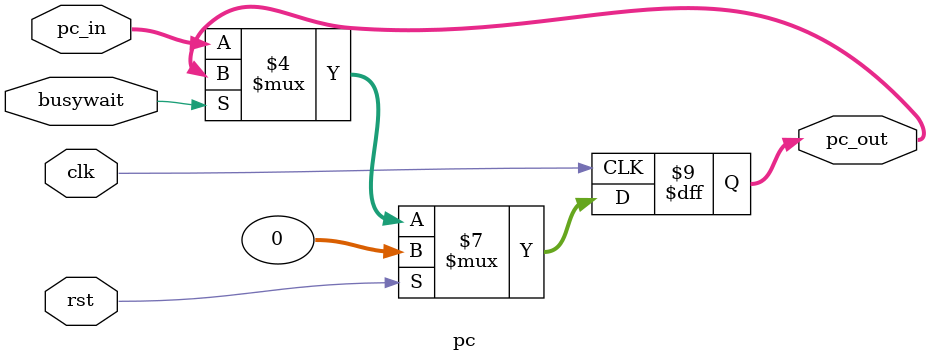
<source format=v>
`timescale 1ns/100ps

module pc(clk, rst, pc_in, pc_out, busywait);
    input clk, rst;
    input [31:0] pc_in;
    input busywait;
    output reg [31:0] pc_out;

    always @(posedge clk) begin
        #1
        if (rst == 1'b1) begin
            pc_out <= 32'h0;
        end
        else begin
            if (!busywait) begin
                #1 pc_out <= pc_in;
            end
        end
    end
endmodule
</source>
